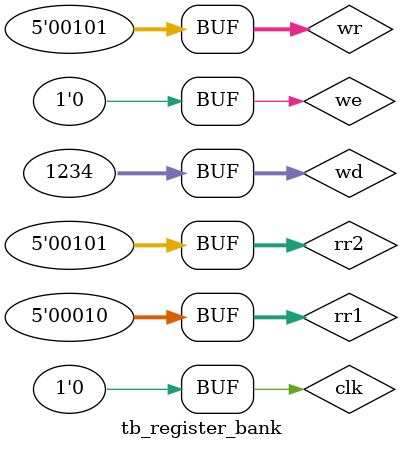
<source format=sv>
module tb_register_bank ();

    logic [4:0] rr1, rr2, wr;
    logic we, clk;
    logic [31:0] wd, rd1, rd2;

    register_bank rb0 (.read_reg_1(rr1), .read_reg_2(rr2), .write_reg(wr),
        .write_enable(we), .clk(clk),
        .read_data_1(rd1), .read_data_2(rd2), .write_data(wd));

    always begin
        #5 clk = 1;
        #5 clk = 0;
    end

    initial begin
        $dumpfile("waveform.vcd");
        $dumpvars;

        wr = 2;
        wd = 69;
        we = 1;
        $strobe("write %0d in %0d", wd, wr);
        #10;
        we = 0;

        rr1 = 2;
        $strobe("read %0d from %0d", rd1, rr1);
        #10;

        wr = 2;
        wd = 420;
        we = 1;
        $strobe("write %0d in %0d", wd, wr);
        #10;
        we = 0;

        rr1 = 2;
        $strobe("read %0d from %0d", rd1, rr1);
        #10;

        wr = 5;
        wd = 1234;
        we = 1;
        $strobe("write %0d in %0d", wd, wr);
        #10;
        we = 0;

        rr1 = 2;
        $strobe("read %0d from %0d", rd1, rr1);
        #10;

        rr2 = 5;
        $strobe("read %0d from %0d", rd2, rr2);
        #10;
    end
endmodule
</source>
